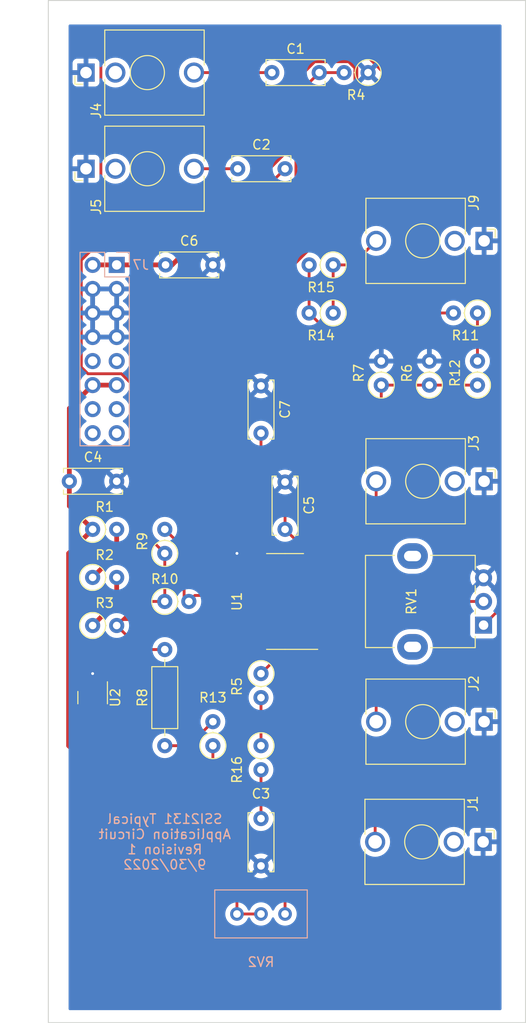
<source format=kicad_pcb>
(kicad_pcb (version 20211014) (generator pcbnew)
  (layers (0 "F.Cu" signal) (31 "B.Cu" power) (34 "B.Paste" user) (35 "F.Paste" user) (36 "B.SilkS" user "B.Silkscreen") (37 "F.SilkS" user "F.Silkscreen") (38 "B.Mask" user) (39 "F.Mask" user) (44 "Edge.Cuts" user))
  (net 0 "")
  (net 1 "Net-(C1-Pad1)")
  (net 2 "HardSync")
  (net 3 "SoftSync")
  (net 4 "Net-(C2-Pad2)")
  (net 5 "GND")
  (net 6 "Net-(C3-Pad2)")
  (net 7 "+5V")
  (net 8 "TCAP")
  (net 9 "-12V")
  (net 10 "Net-(R1-Pad2)")
  (net 11 "Net-(R2-Pad2)")
  (net 12 "VREF")
  (net 13 "BWComp")
  (net 14 "Net-(R16-Pad1)")
  (net 15 "HFTrack")
  (net 16 "Net-(R13-Pad2)")
  (net 17 "LinFreq")
  (net 18 "ExpoFreq")
  (net 23 "Net-(R13-Pad1)")
  (net 24 "ExpoScale")
  (net 25 "SawOut")
  (net 26 "PulseOut")
  (net 27 "TriOut")
  (net 28 "PWMCtrl")
  (net 29 "Net-(J9-PadT)")
  (net 30 "Net-(R11-Pad1)")
  (footprint "Capacitor_THT:C_Disc_D6.0mm_W2.5mm_P5.00mm" (layer "F.Cu") (at 114.3 86.36 90)
    (fp_text reference "C5" (at 2.54 2.54 90) (layer "F.SilkS"))
    (fp_text value "3.3 nF")
    (fp_line (start 5.62 -1.37) (end 5.62 -0.925) (layer "F.SilkS") (width 0.12))
    (fp_line (start -0.62 1.37) (end 5.62 1.37) (layer "F.SilkS") (width 0.12))
    (fp_line (start -0.62 -1.37) (end -0.62 -0.925) (layer "F.SilkS") (width 0.12))
    (fp_line (start -0.62 0.925) (end -0.62 1.37) (layer "F.SilkS") (width 0.12))
    (fp_line (start -0.62 -1.37) (end 5.62 -1.37) (layer "F.SilkS") (width 0.12))
    (fp_line (start 5.62 0.925) (end 5.62 1.37) (layer "F.SilkS") (width 0.12))
    (pad "1" thru_hole circle (at 0 0 90) (size 1.6 1.6) (drill 0.8) (layers *.Cu *.Mask) (net 8 "TCAP"))
    (pad "2" thru_hole circle (at 5 0 90) (size 1.6 1.6) (drill 0.8) (layers *.Cu *.Mask) (net 5 "GND"))
  )
  (footprint "Capacitor_THT:C_Disc_D6.0mm_W2.5mm_P5.00mm" (layer "F.Cu") (at 106.68 58.42 180)
    (fp_text reference "C6" (at 2.5 2.54) (layer "F.SilkS"))
    (fp_text value "0.1 uF")
    (fp_line (start -0.62 -1.37) (end 5.62 -1.37) (layer "F.SilkS") (width 0.12))
    (fp_line (start 5.62 -1.37) (end 5.62 -0.925) (layer "F.SilkS") (width 0.12))
    (fp_line (start 5.62 0.925) (end 5.62 1.37) (layer "F.SilkS") (width 0.12))
    (fp_line (start -0.62 0.925) (end -0.62 1.37) (layer "F.SilkS") (width 0.12))
    (fp_line (start -0.62 1.37) (end 5.62 1.37) (layer "F.SilkS") (width 0.12))
    (fp_line (start -0.62 -1.37) (end -0.62 -0.925) (layer "F.SilkS") (width 0.12))
    (pad "1" thru_hole circle (at 0 0 180) (size 1.6 1.6) (drill 0.8) (layers *.Cu *.Mask) (net 5 "GND"))
    (pad "2" thru_hole circle (at 5 0 180) (size 1.6 1.6) (drill 0.8) (layers *.Cu *.Mask) (net 9 "-12V"))
  )
  (footprint "Potentiometer_THT:Potentiometer_Alpha_RD901F-40-00D_Single_Vertical" (layer "F.Cu") (at 135.265 96.48 180)
    (fp_text reference "RV1" (at 7.62 2.5 90) (layer "F.SilkS"))
    (fp_text value "PWM Knob - 5 kOhms")
    (fp_line (start 0.88 7.37) (end 0.88 5.88) (layer "F.SilkS") (width 0.12))
    (fp_line (start 0.88 4.16) (end 0.88 3.33) (layer "F.SilkS") (width 0.12))
    (fp_line (start 0.88 -1.19) (end 0.88 -2.37) (layer "F.SilkS") (width 0.12))
    (fp_line (start 9.41 -2.37) (end 12.47 -2.37) (layer "F.SilkS") (width 0.12))
    (fp_line (start 9.41 7.37) (end 12.47 7.37) (layer "F.SilkS") (width 0.12))
    (fp_line (start 0.88 -2.38) (end 5.6 -2.38) (layer "F.SilkS") (width 0.12))
    (fp_line (start 0.88 7.37) (end 5.6 7.37) (layer "F.SilkS") (width 0.12))
    (fp_line (start 12.47 7.37) (end 12.47 -2.37) (layer "F.SilkS") (width 0.12))
    (fp_line (start 0.88 1.71) (end 0.88 1.18) (layer "F.SilkS") (width 0.12))
    (pad "" thru_hole oval (at 7.5 -2.3 270) (size 2.72 3.24) (drill oval 1.1 1.8) (layers *.Cu *.Mask))
    (pad "" thru_hole oval (at 7.5 7.3 270) (size 2.72 3.24) (drill oval 1.1 1.8) (layers *.Cu *.Mask))
    (pad "1" thru_hole rect (at 0 0 270) (size 1.8 1.8) (drill 1) (layers *.Cu *.Mask) (net 12 "VREF"))
    (pad "2" thru_hole circle (at 0 2.5 270) (size 1.8 1.8) (drill 1) (layers *.Cu *.Mask) (net 28 "PWMCtrl"))
    (pad "3" thru_hole circle (at 0 5 270) (size 1.8 1.8) (drill 1) (layers *.Cu *.Mask) (net 5 "GND"))
  )
  (footprint "Resistor_THT:R_Axial_DIN0207_L6.3mm_D2.5mm_P2.54mm_Vertical" (layer "F.Cu") (at 123.07 38.1 180)
    (fp_text reference "R4" (at 1.27 -2.37) (layer "F.SilkS"))
    (fp_text value "10 kOhms")
    (fp_line (start 1.37 0) (end 1.44 0) (layer "F.SilkS") (width 0.12))
    (fp_circle (center 0 0) (end 1.37 0) (layer "F.SilkS") (width 0.12) (fill none))
    (pad "1" thru_hole circle (at 0 0 180) (size 1.6 1.6) (drill 0.8) (layers *.Cu *.Mask) (net 5 "GND"))
    (pad "2" thru_hole oval (at 2.54 0 180) (size 1.6 1.6) (drill 0.8) (layers *.Cu *.Mask) (net 2 "HardSync"))
  )
  (footprint "Resistor_THT:R_Axial_DIN0207_L6.3mm_D2.5mm_P2.54mm_Vertical" (layer "F.Cu") (at 101.6 93.98)
    (fp_text reference "R10" (at 0 -2.37) (layer "F.SilkS"))
    (fp_text value "1 MOhms")
    (fp_line (start 1.37 0) (end 1.44 0) (layer "F.SilkS") (width 0.12))
    (fp_circle (center 0 0) (end 1.37 0) (layer "F.SilkS") (width 0.12) (fill none))
    (pad "1" thru_hole circle (at 0 0) (size 1.6 1.6) (drill 0.8) (layers *.Cu *.Mask) (net 12 "VREF"))
    (pad "2" thru_hole oval (at 2.54 0) (size 1.6 1.6) (drill 0.8) (layers *.Cu *.Mask) (net 17 "LinFreq"))
  )
  (footprint "Resistor_THT:R_Axial_DIN0207_L6.3mm_D2.5mm_P2.54mm_Vertical" (layer "F.Cu") (at 134.62 63.5 180)
    (fp_text reference "R11" (at 1.27 -2.37) (layer "F.SilkS"))
    (fp_text value "220 kOhms")
    (fp_line (start 1.37 0) (end 1.44 0) (layer "F.SilkS") (width 0.12))
    (fp_circle (center 0 0) (end 1.37 0) (layer "F.SilkS") (width 0.12) (fill none))
    (pad "1" thru_hole circle (at 0 0 180) (size 1.6 1.6) (drill 0.8) (layers *.Cu *.Mask) (net 30 "Net-(R11-Pad1)"))
    (pad "2" thru_hole oval (at 2.54 0 180) (size 1.6 1.6) (drill 0.8) (layers *.Cu *.Mask) (net 18 "ExpoFreq"))
  )
  (footprint "Resistor_THT:R_Axial_DIN0207_L6.3mm_D2.5mm_P2.54mm_Vertical" (layer "F.Cu") (at 111.76 101.6 -90)
    (fp_text reference "R5" (at 1.37 2.54 90) (layer "F.SilkS"))
    (fp_text value "220 Ohms")
    (fp_line (start 1.37 0) (end 1.44 0) (layer "F.SilkS") (width 0.12))
    (fp_circle (center 0 0) (end 1.37 0) (layer "F.SilkS") (width 0.12) (fill none))
    (pad "1" thru_hole circle (at 0 0 270) (size 1.6 1.6) (drill 0.8) (layers *.Cu *.Mask) (net 13 "BWComp"))
    (pad "2" thru_hole oval (at 2.54 0 270) (size 1.6 1.6) (drill 0.8) (layers *.Cu *.Mask) (net 14 "Net-(R16-Pad1)"))
  )
  (footprint "Connector_Audio:Jack_3.5mm_QingPu_WQP-PJ398SM_Vertical_CircularHoles" (layer "F.Cu") (at 135.32 81.28 -90)
    (fp_text reference "J3" (at -4.03 1.08 90) (layer "F.SilkS"))
    (fp_text value "Tri Out")
    (fp_line (start -0.8 12.48) (end -4.5 12.48) (layer "F.SilkS") (width 0.12))
    (fp_line (start -0.72 1.98) (end -4.5 1.98) (layer "F.SilkS") (width 0.12))
    (fp_line (start 4.5 12.48) (end 0.8 12.48) (layer "F.SilkS") (width 0.12))
    (fp_line (start 4.5 1.98) (end 4.5 12.48) (layer "F.SilkS") (width 0.12))
    (fp_line (start 4.5 1.98) (end 0.72 1.98) (layer "F.SilkS") (width 0.12))
    (fp_line (start -1.23 -1.17) (end -1.23 -0.37) (layer "F.SilkS") (width 0.12))
    (fp_line (start -1.23 -1.17) (end -0.37 -1.17) (layer "F.SilkS") (width 0.12))
    (fp_line (start -4.5 1.98) (end -4.5 12.48) (layer "F.SilkS") (width 0.12))
    (fp_circle (center 0 6.48) (end 1.8 6.48) (layer "F.SilkS") (width 0.12) (fill none))
    (pad "S" thru_hole rect (at 0 0 90) (size 1.93 1.83) (drill 1.22) (layers *.Cu *.Mask) (net 5 "GND"))
    (pad "T" thru_hole circle (at 0 11.4 90) (size 2.13 2.13) (drill 1.43) (layers *.Cu *.Mask) (net 27 "TriOut"))
    (pad "TN" thru_hole circle (at 0 3.1 90) (size 2.13 2.13) (drill 1.42) (layers *.Cu *.Mask))
  )
  (footprint "Resistor_THT:R_Axial_DIN0207_L6.3mm_D2.5mm_P2.54mm_Vertical" (layer "F.Cu") (at 93.98 86.36)
    (fp_text reference "R1" (at 1.27 -2.37) (layer "F.SilkS"))
    (fp_text value "4.7 kOhms")
    (fp_line (start 1.37 0) (end 1.44 0) (layer "F.SilkS") (width 0.12))
    (fp_circle (center 0 0) (end 1.37 0) (layer "F.SilkS") (width 0.12) (fill none))
    (pad "1" thru_hole circle (at 0 0) (size 1.6 1.6) (drill 0.8) (layers *.Cu *.Mask) (net 7 "+5V"))
    (pad "2" thru_hole oval (at 2.54 0) (size 1.6 1.6) (drill 0.8) (layers *.Cu *.Mask) (net 10 "Net-(R1-Pad2)"))
  )
  (footprint "Connector_Audio:Jack_3.5mm_QingPu_WQP-PJ398SM_Vertical_CircularHoles" (layer "F.Cu") (at 93.28 38.1 90)
    (fp_text reference "J4" (at -4.03 1.08 90) (layer "F.SilkS"))
    (fp_text value "Hard Sync")
    (fp_line (start -0.72 1.98) (end -4.5 1.98) (layer "F.SilkS") (width 0.12))
    (fp_line (start 4.5 1.98) (end 0.72 1.98) (layer "F.SilkS") (width 0.12))
    (fp_line (start -1.23 -1.17) (end -0.37 -1.17) (layer "F.SilkS") (width 0.12))
    (fp_line (start -1.23 -1.17) (end -1.23 -0.37) (layer "F.SilkS") (width 0.12))
    (fp_line (start -0.8 12.48) (end -4.5 12.48) (layer "F.SilkS") (width 0.12))
    (fp_line (start 4.5 12.48) (end 0.8 12.48) (layer "F.SilkS") (width 0.12))
    (fp_line (start 4.5 1.98) (end 4.5 12.48) (layer "F.SilkS") (width 0.12))
    (fp_line (start -4.5 1.98) (end -4.5 12.48) (layer "F.SilkS") (width 0.12))
    (fp_circle (center 0 6.48) (end 1.8 6.48) (layer "F.SilkS") (width 0.12) (fill none))
    (pad "S" thru_hole rect (at 0 0 270) (size 1.93 1.83) (drill 1.22) (layers *.Cu *.Mask) (net 5 "GND"))
    (pad "T" thru_hole circle (at 0 11.4 270) (size 2.13 2.13) (drill 1.43) (layers *.Cu *.Mask) (net 1 "Net-(C1-Pad1)"))
    (pad "TN" thru_hole circle (at 0 3.1 270) (size 2.13 2.13) (drill 1.42) (layers *.Cu *.Mask))
  )
  (footprint "Resistor_THT:R_Axial_DIN0207_L6.3mm_D2.5mm_P10.16mm_Horizontal" (layer "F.Cu") (at 101.6 109.22 90)
    (fp_text reference "R8" (at 5.08 -2.37 90) (layer "F.SilkS"))
    (fp_text value "22 kOhms")
    (fp_line (start 8.35 -1.37) (end 1.81 -1.37) (layer "F.SilkS") (width 0.12))
    (fp_line (start 1.04 0) (end 1.81 0) (layer "F.SilkS") (width 0.12))
    (fp_line (start 1.81 1.37) (end 8.35 1.37) (layer "F.SilkS") (width 0.12))
    (fp_line (start 9.12 0) (end 8.35 0) (layer "F.SilkS") (width 0.12))
    (fp_line (start 1.81 -1.37) (end 1.81 1.37) (layer "F.SilkS") (width 0.12))
    (fp_line (start 8.35 1.37) (end 8.35 -1.37) (layer "F.SilkS") (width 0.12))
    (pad "1" thru_hole circle (at 0 0 90) (size 1.6 1.6) (drill 0.8) (layers *.Cu *.Mask) (net 16 "Net-(R13-Pad2)"))
    (pad "2" thru_hole oval (at 10.16 0 90) (size 1.6 1.6) (drill 0.8) (layers *.Cu *.Mask) (net 12 "VREF"))
  )
  (footprint "Capacitor_THT:C_Disc_D6.0mm_W2.5mm_P5.00mm" (layer "F.Cu") (at 111.76 76.2 90)
    (fp_text reference "C7" (at 2.5 2.54 90) (layer "F.SilkS"))
    (fp_text value "680 pF")
    (fp_line (start -0.62 -1.37) (end 5.62 -1.37) (layer "F.SilkS") (width 0.12))
    (fp_line (start -0.62 1.37) (end 5.62 1.37) (layer "F.SilkS") (width 0.12))
    (fp_line (start -0.62 0.925) (end -0.62 1.37) (layer "F.SilkS") (width 0.12))
    (fp_line (start 5.62 0.925) (end 5.62 1.37) (layer "F.SilkS") (width 0.12))
    (fp_line (start 5.62 -1.37) (end 5.62 -0.925) (layer "F.SilkS") (width 0.12))
    (fp_line (start -0.62 -1.37) (end -0.62 -0.925) (layer "F.SilkS") (width 0.12))
    (pad "1" thru_hole circle (at 0 0 90) (size 1.6 1.6) (drill 0.8) (layers *.Cu *.Mask) (net 8 "TCAP"))
    (pad "2" thru_hole circle (at 5 0 90) (size 1.6 1.6) (drill 0.8) (layers *.Cu *.Mask) (net 5 "GND"))
  )
  (footprint "Connector_Audio:Jack_3.5mm_QingPu_WQP-PJ398SM_Vertical_CircularHoles" (layer "F.Cu") (at 93.28 48.26 90)
    (fp_text reference "J5" (at -4.03 1.08 90) (layer "F.SilkS"))
    (fp_text value "Soft Sync")
    (fp_line (start -0.8 12.48) (end -4.5 12.48) (layer "F.SilkS") (width 0.12))
    (fp_line (start 4.5 12.48) (end 0.8 12.48) (layer "F.SilkS") (width 0.12))
    (fp_line (start -1.23 -1.17) (end -1.23 -0.37) (layer "F.SilkS") (width 0.12))
    (fp_line (start 4.5 1.98) (end 0.72 1.98) (layer "F.SilkS") (width 0.12))
    (fp_line (start 4.5 1.98) (end 4.5 12.48) (layer "F.SilkS") (width 0.12))
    (fp_line (start -4.5 1.98) (end -4.5 12.48) (layer "F.SilkS") (width 0.12))
    (fp_line (start -0.72 1.98) (end -4.5 1.98) (layer "F.SilkS") (width 0.12))
    (fp_line (start -1.23 -1.17) (end -0.37 -1.17) (layer "F.SilkS") (width 0.12))
    (fp_circle (center 0 6.48) (end 1.8 6.48) (layer "F.SilkS") (width 0.12) (fill none))
    (pad "S" thru_hole rect (at 0 0 270) (size 1.93 1.83) (drill 1.22) (layers *.Cu *.Mask) (net 5 "GND"))
    (pad "T" thru_hole circle (at 0 11.4 270) (size 2.13 2.13) (drill 1.43) (layers *.Cu *.Mask) (net 4 "Net-(C2-Pad2)"))
    (pad "TN" thru_hole circle (at 0 3.1 270) (size 2.13 2.13) (drill 1.42) (layers *.Cu *.Mask))
  )
  (footprint "Resistor_THT:R_Axial_DIN0207_L6.3mm_D2.5mm_P2.54mm_Vertical" (layer "F.Cu") (at 134.62 71.12 90)
    (fp_text reference "R12" (at 1.27 -2.37 90) (layer "F.SilkS"))
    (fp_text value "47 kOhms")
    (fp_line (start 1.37 0) (end 1.44 0) (layer "F.SilkS") (width 0.12))
    (fp_circle (center 0 0) (end 1.37 0) (layer "F.SilkS") (width 0.12) (fill none))
    (pad "1" thru_hole circle (at 0 0 90) (size 1.6 1.6) (drill 0.8) (layers *.Cu *.Mask) (net 15 "HFTrack"))
    (pad "2" thru_hole oval (at 2.54 0 90) (size 1.6 1.6) (drill 0.8) (layers *.Cu *.Mask) (net 30 "Net-(R11-Pad1)"))
  )
  (footprint "Resistor_THT:R_Axial_DIN0207_L6.3mm_D2.5mm_P2.54mm_Vertical" (layer "F.Cu") (at 124.46 71.12 90)
    (fp_text reference "R7" (at 1.27 -2.37 90) (layer "F.SilkS"))
    (fp_text value "47 kOhms")
    (fp_line (start 1.37 0) (end 1.44 0) (layer "F.SilkS") (width 0.12))
    (fp_circle (center 0 0) (end 1.37 0) (layer "F.SilkS") (width 0.12) (fill none))
    (pad "1" thru_hole circle (at 0 0 90) (size 1.6 1.6) (drill 0.8) (layers *.Cu *.Mask) (net 15 "HFTrack"))
    (pad "2" thru_hole oval (at 2.54 0 90) (size 1.6 1.6) (drill 0.8) (layers *.Cu *.Mask) (net 5 "GND"))
  )
  (footprint "Resistor_THT:R_Axial_DIN0207_L6.3mm_D2.5mm_P2.54mm_Vertical" (layer "F.Cu") (at 93.98 96.52)
    (fp_text reference "R3" (at 1.27 -2.37) (layer "F.SilkS"))
    (fp_text value "1 kOhms")
    (fp_line (start 1.37 0) (end 1.44 0) (layer "F.SilkS") (width 0.12))
    (fp_circle (center 0 0) (end 1.37 0) (layer "F.SilkS") (width 0.12) (fill none))
    (pad "1" thru_hole circle (at 0 0) (size 1.6 1.6) (drill 0.8) (layers *.Cu *.Mask) (net 11 "Net-(R2-Pad2)"))
    (pad "2" thru_hole oval (at 2.54 0) (size 1.6 1.6) (drill 0.8) (layers *.Cu *.Mask) (net 12 "VREF"))
  )
  (footprint "Resistor_THT:R_Axial_DIN0207_L6.3mm_D2.5mm_P2.54mm_Vertical" (layer "F.Cu") (at 129.54 71.12 90)
    (fp_text reference "R6" (at 1.27 -2.37 90) (layer "F.SilkS"))
    (fp_text value "4.7 kOhms")
    (fp_line (start 1.37 0) (end 1.44 0) (layer "F.SilkS") (width 0.12))
    (fp_circle (center 0 0) (end 1.37 0) (layer "F.SilkS") (width 0.12) (fill none))
    (pad "1" thru_hole circle (at 0 0 90) (size 1.6 1.6) (drill 0.8) (layers *.Cu *.Mask) (net 15 "HFTrack"))
    (pad "2" thru_hole oval (at 2.54 0 90) (size 1.6 1.6) (drill 0.8) (layers *.Cu *.Mask) (net 5 "GND"))
  )
  (footprint "Resistor_THT:R_Axial_DIN0207_L6.3mm_D2.5mm_P2.54mm_Vertical" (layer "F.Cu") (at 93.98 91.44)
    (fp_text reference "R2" (at 1.27 -2.37) (layer "F.SilkS"))
    (fp_text value "2.2 kOhms")
    (fp_line (start 1.37 0) (end 1.44 0) (layer "F.SilkS") (width 0.12))
    (fp_circle (center 0 0) (end 1.37 0) (layer "F.SilkS") (width 0.12) (fill none))
    (pad "1" thru_hole circle (at 0 0) (size 1.6 1.6) (drill 0.8) (layers *.Cu *.Mask) (net 10 "Net-(R1-Pad2)"))
    (pad "2" thru_hole oval (at 2.54 0) (size 1.6 1.6) (drill 0.8) (layers *.Cu *.Mask) (net 11 "Net-(R2-Pad2)"))
  )
  (footprint "Capacitor_THT:C_Disc_D6.0mm_W2.5mm_P5.00mm" (layer "F.Cu") (at 96.52 81.28 180)
    (fp_text reference "C4" (at 2.5 2.54) (layer "F.SilkS"))
    (fp_text value "0.1 uF")
    (fp_line (start -0.62 0.925) (end -0.62 1.37) (layer "F.SilkS") (width 0.12))
    (fp_line (start -0.62 1.37) (end 5.62 1.37) (layer "F.SilkS") (width 0.12))
    (fp_line (start 5.62 -1.37) (end 5.62 -0.925) (layer "F.SilkS") (width 0.12))
    (fp_line (start -0.62 -1.37) (end 5.62 -1.37) (layer "F.SilkS") (width 0.12))
    (fp_line (start 5.62 0.925) (end 5.62 1.37) (layer "F.SilkS") (width 0.12))
    (fp_line (start -0.62 -1.37) (end -0.62 -0.925) (layer "F.SilkS") (width 0.12))
    (pad "1" thru_hole circle (at 0 0 180) (size 1.6 1.6) (drill 0.8) (layers *.Cu *.Mask) (net 5 "GND"))
    (pad "2" thru_hole circle (at 5 0 180) (size 1.6 1.6) (drill 0.8) (layers *.Cu *.Mask) (net 7 "+5V"))
  )
  (footprint "Resistor_THT:R_Axial_DIN0207_L6.3mm_D2.5mm_P2.54mm_Vertical" (layer "F.Cu") (at 119.38 63.5 180)
    (fp_text reference "R14" (at 1.27 -2.37 180) (layer "F.SilkS"))
    (fp_text value "100 kOhms")
    (fp_line (start 1.37 0) (end 1.44 0) (layer "F.SilkS") (width 0.12))
    (fp_circle (center 0 0) (end 1.37 0) (layer "F.SilkS") (width 0.12) (fill none))
    (pad "1" thru_hole circle (at 0 0 180) (size 1.6 1.6) (drill 0.8) (layers *.Cu *.Mask) (net 29 "Net-(J9-PadT)"))
    (pad "2" thru_hole oval (at 2.54 0 180) (size 1.6 1.6) (drill 0.8) (layers *.Cu *.Mask) (net 18 "ExpoFreq"))
  )
  (footprint "Capacitor_THT:C_Disc_D6.0mm_W2.5mm_P5.00mm" (layer "F.Cu") (at 111.76 121.92 90)
    (fp_text reference "C3" (at 7.62 0 180) (layer "F.SilkS"))
    (fp_text value "10 nF")
    (fp_line (start -0.62 1.37) (end 5.62 1.37) (layer "F.SilkS") (width 0.12))
    (fp_line (start 5.62 -1.37) (end 5.62 -0.925) (layer "F.SilkS") (width 0.12))
    (fp_line (start 5.62 0.925) (end 5.62 1.37) (layer "F.SilkS") (width 0.12))
    (fp_line (start -0.62 -1.37) (end 5.62 -1.37) (layer "F.SilkS") (width 0.12))
    (fp_line (start -0.62 -1.37) (end -0.62 -0.925) (layer "F.SilkS") (width 0.12))
    (fp_line (start -0.62 0.925) (end -0.62 1.37) (layer "F.SilkS") (width 0.12))
    (pad "1" thru_hole circle (at 0 0 90) (size 1.6 1.6) (drill 0.8) (layers *.Cu *.Mask) (net 5 "GND"))
    (pad "2" thru_hole circle (at 5 0 90) (size 1.6 1.6) (drill 0.8) (layers *.Cu *.Mask) (net 6 "Net-(C3-Pad2)"))
  )
  (footprint "Package_SO:SOIC-16_3.9x9.9mm_P1.27mm" (layer "F.Cu") (at 114.3 93.98 180)
    (fp_text reference "U1" (at 5.08 0 90) (layer "F.SilkS"))
    (fp_text value "SSI2131")
    (fp_line (start 0 -5.06) (end 1.95 -5.06) (layer "F.SilkS") (width 0.12))
    (fp_line (start 0 -5.06) (end -3.45 -5.06) (layer "F.SilkS") (width 0.12))
    (fp_line (start 0 5.06) (end -1.95 5.06) (layer "F.SilkS") (width 0.12))
    (fp_line (start 0 5.06) (end 1.95 5.06) (layer "F.SilkS") (width 0.12))
    (pad "1" smd roundrect (at -2.475 -4.445 180) (size 1.95 0.6) (layers "F.Cu" "F.Paste" "F.Mask") (net 25 "SawOut"))
    (pad "2" smd roundrect (at -2.475 -3.175 180) (size 1.95 0.6) (layers "F.Cu" "F.Paste" "F.Mask") (net 26 "PulseOut"))
    (pad "3" smd roundrect (at -2.475 -1.905 180) (size 1.95 0.6) (layers "F.Cu" "F.Paste" "F.Mask") (net 28 "PWMCtrl"))
    (pad "4" smd roundrect (at -2.475 -0.635 180) (size 1.95 0.6) (layers "F.Cu" "F.Paste" "F.Mask") (net 27 "TriOut"))
    (pad "5" smd roundrect (at -2.475 0.635 180) (size 1.95 0.6) (layers "F.Cu" "F.Paste" "F.Mask") (net 15 "HFTrack"))
    (pad "6" smd roundrect (at -2.475 1.905 180) (size 1.95 0.6) (layers "F.Cu" "F.Paste" "F.Mask") (net 18 "ExpoFreq"))
    (pad "7" smd roundrect (at -2.475 3.175 180) (size 1.95 0.6) (layers "F.Cu" "F.Paste" "F.Mask") (net 9 "-12V"))
    (pad "8" smd roundrect (at -2.475 4.445 180) (size 1.95 0.6) (layers "F.Cu" "F.Paste" "F.Mask") (net 8 "TCAP"))
    (pad "9" smd roundrect (at 2.475 4.445 180) (size 1.95 0.6) (layers "F.Cu" "F.Paste" "F.Mask") (net 5 "GND"))
    (pad "10" smd roundrect (at 2.475 3.175 180) (size 1.95 0.6) (layers "F.Cu" "F.Paste" "F.Mask") (net 2 "HardSync"))
    (pad "11" smd roundrect (at 2.475 1.905 180) (size 1.95 0.6) (layers "F.Cu" "F.Paste" "F.Mask") (net 3 "SoftSync"))
    (pad "12" smd roundrect (at 2.475 0.635 180) (size 1.95 0.6) (layers "F.Cu" "F.Paste" "F.Mask") (net 17 "LinFreq"))
    (pad "13" smd roundrect (at 2.475 -0.635 180) (size 1.95 0.6) (layers "F.Cu" "F.Paste" "F.Mask") (net 24 "ExpoScale"))
    (pad "14" smd roundrect (at 2.475 -1.905 180) (size 1.95 0.6) (layers "F.Cu" "F.Paste" "F.Mask") (net 12 "VREF"))
    (pad "15" smd roundrect (at 2.475 -3.175 180) (size 1.95 0.6) (layers "F.Cu" "F.Paste" "F.Mask") (net 13 "BWComp"))
    (pad "16" smd roundrect (at 2.475 -4.445 180) (size 1.95 0.6) (layers "F.Cu" "F.Paste" "F.Mask") (net 7 "+5V"))
  )
  (footprint "Resistor_THT:R_Axial_DIN0207_L6.3mm_D2.5mm_P2.54mm_Vertical" (layer "F.Cu") (at 119.38 58.42 180)
    (fp_text reference "R15" (at 1.27 -2.37 180) (layer "F.SilkS"))
    (fp_text value "100 kOhms")
    (fp_line (start 1.37 0) (end 1.44 0) (layer "F.SilkS") (width 0.12))
    (fp_circle (center 0 0) (end 1.37 0) (layer "F.SilkS") (width 0.12) (fill none))
    (pad "1" thru_hole circle (at 0 0 180) (size 1.6 1.6) (drill 0.8) (layers *.Cu *.Mask) (net 29 "Net-(J9-PadT)"))
    (pad "2" thru_hole oval (at 2.54 0 180) (size 1.6 1.6) (drill 0.8) (layers *.Cu *.Mask) (net 18 "ExpoFreq"))
  )
  (footprint "Capacitor_THT:C_Disc_D6.0mm_W2.5mm_P5.00mm" (layer "F.Cu") (at 114.3 48.26 180)
    (fp_text reference "C2" (at 2.5 2.54 180) (layer "F.SilkS"))
    (fp_text value "10 nF")
    (fp_line (start -0.62 -1.37) (end 5.62 -1.37) (layer "F.SilkS") (width 0.12))
    (fp_line (start -0.62 1.37) (end 5.62 1.37) (layer "F.SilkS") (width 0.12))
    (fp_line (start 5.62 -1.37) (end 5.62 -0.925) (layer "F.SilkS") (width 0.12))
    (fp_line (start -0.62 -1.37) (end -0.62 -0.925) (layer "F.SilkS") (width 0.12))
    (fp_line (start 5.62 0.925) (end 5.62 1.37) (layer "F.SilkS") (width 0.12))
    (fp_line (start -0.62 0.925) (end -0.62 1.37) (layer "F.SilkS") (width 0.12))
    (pad "1" thru_hole circle (at 0 0 180) (size 1.6 1.6) (drill 0.8) (layers *.Cu *.Mask) (net 3 "SoftSync"))
    (pad "2" thru_hole circle (at 5 0 180) (size 1.6 1.6) (drill 0.8) (layers *.Cu *.Mask) (net 4 "Net-(C2-Pad2)"))
  )
  (footprint "Connector_Audio:Jack_3.5mm_QingPu_WQP-PJ398SM_Vertical_CircularHoles" (layer "F.Cu") (at 135.215 119.38 -90)
    (fp_text reference "J1" (at -4.03 1.08 90) (layer "F.SilkS"))
    (fp_text value "Saw Out")
    (fp_line (start -1.23 -1.17) (end -0.37 -1.17) (layer "F.SilkS") (width 0.12))
    (fp_line (start -4.5 1.98) (end -4.5 12.48) (layer "F.SilkS") (width 0.12))
    (fp_line (start 4.5 1.98) (end 0.72 1.98) (layer "F.SilkS") (width 0.12))
    (fp_line (start 4.5 1.98) (end 4.5 12.48) (layer "F.SilkS") (width 0.12))
    (fp_line (start 4.5 12.48) (end 0.8 12.48) (layer "F.SilkS") (width 0.12))
    (fp_line (start -0.8 12.48) (end -4.5 12.48) (layer "F.SilkS") (width 0.12))
    (fp_line (start -0.72 1.98) (end -4.5 1.98) (layer "F.SilkS") (width 0.12))
    (fp_line (start -1.23 -1.17) (end -1.23 -0.37) (layer "F.SilkS") (width 0.12))
    (fp_circle (center 0 6.48) (end 1.8 6.48) (layer "F.SilkS") (width 0.12) (fill none))
    (pad "S" thru_hole rect (at 0 0 90) (size 1.93 1.83) (drill 1.22) (layers *.Cu *.Mask) (net 5 "GND"))
    (pad "T" thru_hole circle (at 0 11.4 90) (size 2.13 2.13) (drill 1.43) (layers *.Cu *.Mask) (net 25 "SawOut"))
    (pad "TN" thru_hole circle (at 0 3.1 90) (size 2.13 2.13) (drill 1.42) (layers *.Cu *.Mask))
  )
  (footprint "Resistor_THT:R_Axial_DIN0207_L6.3mm_D2.5mm_P2.54mm_Vertical" (layer "F.Cu") (at 111.76 109.22 -90)
    (fp_text reference "R16" (at 2.54 2.54 90) (layer "F.SilkS"))
    (fp_text value "47 Ohms")
    (fp_line (start 1.37 0) (end 1.44 0) (layer "F.SilkS") (width 0.12))
    (fp_circle (center 0 0) (end 1.37 0) (layer "F.SilkS") (width 0.12) (fill none))
    (pad "1" thru_hole circle (at 0 0 270) (size 1.6 1.6) (drill 0.8) (layers *.Cu *.Mask) (net 14 "Net-(R16-Pad1)"))
    (pad "2" thru_hole oval (at 2.54 0 270) (size 1.6 1.6) (drill 0.8) (layers *.Cu *.Mask) (net 6 "Net-(C3-Pad2)"))
  )
  (footprint "Resistor_THT:R_Axial_DIN0207_L6.3mm_D2.5mm_P2.54mm_Vertical" (layer "F.Cu") (at 101.6 88.9 90)
    (fp_text reference "R9" (at 1.27 -2.37 90) (layer "F.SilkS"))
    (fp_text value "1 MOhms")
    (fp_line (start 1.37 0) (end 1.44 0) (layer "F.SilkS") (width 0.12))
    (fp_circle (center 0 0) (end 1.37 0) (layer "F.SilkS") (width 0.12) (fill none))
    (pad "1" thru_hole circle (at 0 0 90) (size 1.6 1.6) (drill 0.8) (layers *.Cu *.Mask) (net 12 "VREF"))
    (pad "2" thru_hole oval (at 2.54 0 90) (size 1.6 1.6) (drill 0.8) (layers *.Cu *.Mask) (net 17 "LinFreq"))
  )
  (footprint "Capacitor_THT:C_Disc_D6.0mm_W2.5mm_P5.00mm" (layer "F.Cu") (at 112.91 38.1)
    (fp_text reference "C1" (at 2.5 -2.5) (layer "F.SilkS"))
    (fp_text value "10 nF")
    (fp_line (start 5.62 0.925) (end 5.62 1.37) (layer "F.SilkS") (width 0.12))
    (fp_line (start -0.62 -1.37) (end 5.62 -1.37) (layer "F.SilkS") (width 0.12))
    (fp_line (start -0.62 0.925) (end -0.62 1.37) (layer "F.SilkS") (width 0.12))
    (fp_line (start -0.62 -1.37) (end -0.62 -0.925) (layer "F.SilkS") (width 0.12))
    (fp_line (start 5.62 -1.37) (end 5.62 -0.925) (layer "F.SilkS") (width 0.12))
    (fp_line (start -0.62 1.37) (end 5.62 1.37) (layer "F.SilkS") (width 0.12))
    (pad "1" thru_hole circle (at 0 0) (size 1.6 1.6) (drill 0.8) (layers *.Cu *.Mask) (net 1 "Net-(C1-Pad1)"))
    (pad "2" thru_hole circle (at 5 0) (size 1.6 1.6) (drill 0.8) (layers *.Cu *.Mask) (net 2 "HardSync"))
  )
  (footprint "Resistor_THT:R_Axial_DIN0207_L6.3mm_D2.5mm_P2.54mm_Vertical" (layer "F.Cu") (at 106.68 109.22 90)
    (fp_text reference "R13" (at 5.08 0 180) (layer "F.SilkS"))
    (fp_text value "100 Ohms")
    (fp_line (start 1.37 0) (end 1.44 0) (layer "F.SilkS") (width 0.12))
    (fp_circle (center 0 0) (end 1.37 0) (layer "F.SilkS") (width 0.12) (fill none))
    (pad "1" thru_hole circle (at 0 0 90) (size 1.6 1.6) (drill 0.8) (layers *.Cu *.Mask) (net 23 "Net-(R13-Pad1)"))
    (pad "2" thru_hole oval (at 2.54 0 90) (size 1.6 1.6) (drill 0.8) (layers *.Cu *.Mask) (net 16 "Net-(R13-Pad2)"))
  )
  (footprint "Connector_Audio:Jack_3.5mm_QingPu_WQP-PJ398SM_Vertical_CircularHoles" (layer "F.Cu") (at 135.32 106.68 -90)
    (fp_text reference "J2" (at -4.03 1.08 90) (layer "F.SilkS"))
    (fp_text value "Pulse Out")
    (fp_line (start -0.8 12.48) (end -4.5 12.48) (layer "F.SilkS") (width 0.12))
    (fp_line (start -0.72 1.98) (end -4.5 1.98) (layer "F.SilkS") (width 0.12))
    (fp_line (start -1.23 -1.17) (end -0.37 -1.17) (layer "F.SilkS") (width 0.12))
    (fp_line (start 4.5 12.48) (end 0.8 12.48) (layer "F.SilkS") (width 0.12))
    (fp_line (start 4.5 1.98) (end 0.72 1.98) (layer "F.SilkS") (width 0.12))
    (fp_line (start -1.23 -1.17) (end -1.23 -0.37) (layer "F.SilkS") (width 0.12))
    (fp_line (start 4.5 1.98) (end 4.5 12.48) (layer "F.SilkS") (width 0.12))
    (fp_line (start -4.5 1.98) (end -4.5 12.48) (layer "F.SilkS") (width 0.12))
    (fp_circle (center 0 6.48) (end 1.8 6.48) (layer "F.SilkS") (width 0.12) (fill none))
    (pad "S" thru_hole rect (at 0 0 90) (size 1.93 1.83) (drill 1.22) (layers *.Cu *.Mask) (net 5 "GND"))
    (pad "T" thru_hole circle (at 0 11.4 90) (size 2.13 2.13) (drill 1.43) (layers *.Cu *.Mask) (net 26 "PulseOut"))
    (pad "TN" thru_hole circle (at 0 3.1 90) (size 2.13 2.13) (drill 1.42) (layers *.Cu *.Mask))
  )
  (footprint "Package_TO_SOT_SMD:SOT-23" (layer "F.Cu") (at 93.98 104.14 -90)
    (fp_text reference "U2" (at 0 -2.4 90) (layer "F.SilkS"))
    (fp_text value "LM4040DBZ-2.5")
    (fp_line (start 0 -1.56) (end 0.65 -1.56) (layer "F.SilkS") (width 0.12))
    (fp_line (start 0 -1.56) (end -1.675 -1.56) (layer "F.SilkS") (width 0.12))
    (fp_line (start 0 1.56) (end 0.65 1.56) (layer "F.SilkS") (width 0.12))
    (fp_line (start 0 1.56) (end -0.65 1.56) (layer "F.SilkS") (width 0.12))
    (pad "1" smd roundrect (at -0.9375 -0.95 270) (size 1.475 0.6) (layers "F.Cu" "F.Paste" "F.Mask") (net 12 "VREF"))
    (pad "2" smd roundrect (at -0.9375 0.95 270) (size 1.475 0.6) (layers "F.Cu" "F.Paste" "F.Mask") (net 5 "GND"))
    (pad "3" smd roundrect (at 0.9375 0 270) (size 1.475 0.6) (layers "F.Cu" "F.Paste" "F.Mask"))
  )
  (footprint "Connector_Audio:Jack_3.5mm_QingPu_WQP-PJ398SM_Vertical_CircularHoles" (layer "F.Cu") (at 135.32 55.88 -90)
    (fp_text reference "J9" (at -4.03 1.08 90) (layer "F.SilkS"))
    (fp_text value "Expo Freq")
    (fp_line (start -0.72 1.98) (end -4.5 1.98) (layer "F.SilkS") (width 0.12))
    (fp_line (start 4.5 1.98) (end 4.5 12.48) (layer "F.SilkS") (width 0.12))
    (fp_line (start -1.23 -1.17) (end -1.23 -0.37) (layer "F.SilkS") (width 0.12))
    (fp_line (start -4.5 1.98) (end -4.5 12.48) (layer "F.SilkS") (width 0.12))
    (fp_line (start -0.8 12.48) (end -4.5 12.48) (layer "F.SilkS") (width 0.12))
    (fp_line (start 4.5 1.98) (end 0.72 1.98) (layer "F.SilkS") (width 0.12))
    (fp_line (start -1.23 -1.17) (end -0.37 -1.17) (layer "F.SilkS") (width 0.12))
    (fp_line (start 4.5 12.48) (end 0.8 12.48) (layer "F.SilkS") (width 0.12))
    (fp_circle (center 0 6.48) (end 1.8 6.48) (layer "F.SilkS") (width 0.12) (fill none))
    (pad "S" thru_hole rect (at 0 0 90) (size 1.93 1.83) (drill 1.22) (layers *.Cu *.Mask) (net 5 "GND"))
    (pad "T" thru_hole circle (at 0 11.4 90) (size 2.13 2.13) (drill 1.43) (layers *.Cu *.Mask) (net 29 "Net-(J9-PadT)"))
    (pad "TN" thru_hole circle (at 0 3.1 90) (size 2.13 2.13) (drill 1.42) (layers *.Cu *.Mask))
  )
  (footprint "Connector_PinHeader_2.54mm:PinHeader_2x08_P2.54mm_Vertical" (layer "B.Cu") (at 96.52 58.42 180)
    (fp_text reference "J7" (at -2.54 0) (layer "B.SilkS") (effects (justify mirror)))
    (fp_text value "16-Pin uZeus Power Header")
    (fp_line (start 1.27 1.33) (end 3.87 1.33) (layer "B.SilkS") (width 0.12))
    (fp_line (start -1.33 -19.11) (end 3.87 -19.11) (layer "B.SilkS") (width 0.12))
    (fp_line (start -1.33 1.33) (end 0 1.33) (layer "B.SilkS") (width 0.12))
    (fp_line (start 3.87 1.33) (end 3.87 -19.11) (layer "B.SilkS") (width 0.12))
    (fp_line (start -1.33 -1.27) (end 1.27 -1.27) (layer "B.SilkS") (width 0.12))
    (fp_line (start -1.33 -1.27) (end -1.33 -19.11) (layer "B.SilkS") (width 0.12))
    (fp_line (start 1.27 -1.27) (end 1.27 1.33) (layer "B.SilkS") (width 0.12))
    (fp_line (start -1.33 0) (end -1.33 1.33) (layer "B.SilkS") (width 0.12))
    (pad "1" thru_hole rect (at 0 0 180) (size 1.7 1.7) (drill 1) (layers *.Cu *.Mask) (net 9 "-12V"))
    (pad "2" thru_hole oval (at 2.54 0 180) (size 1.7 1.7) (drill 1) (layers *.Cu *.Mask) (net 9 "-12V"))
    (pad "3" thru_hole oval (at 0 -2.54 180) (size 1.7 1.7) (drill 1) (layers *.Cu *.Mask) (net 5 "GND"))
    (pad "4" thru_hole oval (at 2.54 -2.54 180) (size 1.7 1.7) (drill 1) (layers *.Cu *.Mask) (net 5 "GND"))
    (pad "5" thru_hole oval (at 0 -5.08 180) (size 1.7 1.7) (drill 1) (layers *.Cu *.Mask) (net 5 "GND"))
    (pad "6" thru_hole oval (at 2.54 -5.08 180) (size 1.7 1.7) (drill 1) (layers *.Cu *.Mask) (net 5 "GND"))
    (pad "7" thru_hole oval (at 0 -7.62 180) (size 1.7 1.7) (drill 1) (layers *.Cu *.Mask) (net 5 "GND"))
    (pad "8" thru_hole oval (at 2.54 -7.62 180) (size 1.7 1.7) (drill 1) (layers *.Cu *.Mask) (net 5 "GND"))
    (pad "9" thru_hole oval (at 0 -10.16 180) (size 1.7 1.7) (drill 1) (layers *.Cu *.Mask))
    (pad "10" thru_hole oval (at 2.54 -10.16 180) (size 1.7 1.7) (drill 1) (layers *.Cu *.Mask))
    (pad "11" thru_hole oval (at 0 -12.7 180) (size 1.7 1.7) (drill 1) (layers *.Cu *.Mask) (net 7 "+5V"))
    (pad "12" thru_hole oval (at 2.54 -12.7 180) (size 1.7 1.7) (drill 1) (layers *.Cu *.Mask) (net 7 "+5V"))
    (pad "13" thru_hole oval (at 0 -15.24 180) (size 1.7 1.7) (drill 1) (layers *.Cu *.Mask))
    (pad "14" thru_hole oval (at 2.54 -15.24 180) (size 1.7 1.7) (drill 1) (layers *.Cu *.Mask))
    (pad "15" thru_hole oval (at 0 -17.78 180) (size 1.7 1.7) (drill 1) (layers *.Cu *.Mask))
    (pad "16" thru_hole oval (at 2.54 -17.78 180) (size 1.7 1.7) (drill 1) (layers *.Cu *.Mask))
  )
  (footprint "Potentiometer_THT:Potentiometer_Bourns_3296W_Vertical" (layer "B.Cu") (at 114.3 127)
    (fp_text reference "RV2" (at -2.54 5.08) (layer "B.SilkS") (effects (justify mirror)))
    (fp_text value "Expo Scale Trim - 5 kOhms")
    (fp_line (start -7.425 2.53) (end -7.425 -2.54) (layer "B.SilkS") (width 0.12))
    (fp_line (start -7.425 2.53) (end 2.345 2.53) (layer "B.SilkS") (width 0.12))
    (fp_line (start -7.425 -2.54) (end 2.345 -2.54) (layer "B.SilkS") (width 0.12))
    (fp_line (start 2.345 2.53) (end 2.345 -2.54) (layer "B.SilkS") (width 0.12))
    (pad "1" thru_hole circle (at 0 0) (size 1.44 1.44) (drill 0.8) (layers *.Cu *.Mask) (net 24 "ExpoScale"))
    (pad "2" thru_hole circle (at -2.54 0) (size 1.44 1.44) (drill 0.8) (layers *.Cu *.Mask) (net 23 "Net-(R13-Pad1)"))
    (pad "3" thru_hole circle (at -5.08 0) (size 1.44 1.44) (drill 0.8) (layers *.Cu *.Mask) (net 23 "Net-(R13-Pad1)"))
  )
  (gr_rect (start 89.3 30.48) (end 139.7 138.48) (layer "Edge.Cuts") (width 0.1) (fill none))
  (gr_text "SSI2131 Typical\nApplication Circuit\nRevision 1\n9/30/2022" (at 101.6 119.38) (layer "B.SilkS") (effects (font (size 1 1)) (justify mirror)))
  (segment (start 112.91 38.1) (end 104.68 38.1) (width 0.3) (layer "F.Cu") (net 1))
  (segment (start 106.695 88.885) (end 106.68 88.9) (width 0.3) (layer "F.Cu") (net 2))
  (segment (start 106.695 60.975) (end 106.695 88.885) (width 0.3) (layer "F.Cu") (net 2))
  (segment (start 115.45 40.56) (end 115.45 49.65) (width 0.3) (layer "F.Cu") (net 2))
  (segment (start 108.585 90.805) (end 111.825 90.805) (width 0.3) (layer "F.Cu") (net 2))
  (segment (start 117.91 38.1) (end 120.53 38.1) (width 0.3) (layer "F.Cu") (net 2))
  (segment (start 106.68 60.96) (end 106.695 60.975) (width 0.3) (layer "F.Cu") (net 2))
  (segment (start 109.22 58.42) (end 106.68 60.96) (width 0.3) (layer "F.Cu") (net 2))
  (segment (start 109.22 55.88) (end 109.22 58.42) (width 0.3) (layer "F.Cu") (net 2))
  (segment (start 106.68 88.9) (end 108.585 90.805) (width 0.3) (layer "F.Cu") (net 2))
  (segment (start 117.91 38.1) (end 115.45 40.56) (width 0.3) (layer "F.Cu") (net 2))
  (segment (start 115.45 49.65) (end 109.22 55.88) (width 0.3) (layer "F.Cu") (net 2))
  (segment (start 104.775 92.075) (end 111.825 92.075) (width 0.3) (layer "F.Cu") (net 3))
  (segment (start 114.3 48.26) (end 104.14 58.42) (width 0.3) (layer "F.Cu") (net 3))
  (segment (start 104.14 58.42) (end 104.14 91.44) (width 0.3) (layer "F.Cu") (net 3))
  (segment (start 104.14 91.44) (end 104.775 92.075) (width 0.3) (layer "F.Cu") (net 3))
  (segment (start 109.22 48.26) (end 104.68 48.26) (width 0.3) (layer "F.Cu") (net 4))
  (segment (start 93.03 103.2025) (end 93.03 102.55) (width 0.3) (layer "F.Cu") (net 5))
  (segment (start 93.03 102.55) (end 93.98 101.6) (width 0.3) (layer "F.Cu") (net 5))
  (segment (start 111.19 88.9) (end 111.825 89.535) (width 0.3) (layer "F.Cu") (net 5))
  (segment (start 109.22 88.9) (end 111.19 88.9) (width 0.3) (layer "F.Cu") (net 5))
  (via (at 109.22 88.9) (size 0.7) (drill 0.3) (layers "F.Cu" "B.Cu") (net 5))
  (via (at 93.98 101.6) (size 0.7) (drill 0.3) (layers "F.Cu" "B.Cu") (net 5))
  (segment (start 111.76 111.76) (end 111.76 116.92) (width 0.3) (layer "F.Cu") (net 6))
  (segment (start 93.98 86.36) (end 91.44 88.9) (width 0.5) (layer "F.Cu") (net 7))
  (segment (start 91.44 109.22) (end 93.98 111.76) (width 0.5) (layer "F.Cu") (net 7))
  (segment (start 91.44 88.9) (end 91.44 109.22) (width 0.5) (layer "F.Cu") (net 7))
  (segment (start 91.52 81.28) (end 91.52 83.9) (width 0.5) (layer "F.Cu") (net 7))
  (segment (start 108.68 98.425) (end 111.825 98.425) (width 0.5) (layer "F.Cu") (net 7))
  (segment (start 91.52 83.9) (end 93.98 86.36) (width 0.5) (layer "F.Cu") (net 7))
  (segment (start 95.345 111.76) (end 108.68 98.425) (width 0.5) (layer "F.Cu") (net 7))
  (segment (start 93.98 71.12) (end 91.52 73.58) (width 0.5) (layer "F.Cu") (net 7))
  (segment (start 91.52 73.58) (end 91.52 81.28) (width 0.5) (layer "F.Cu") (net 7))
  (segment (start 96.52 71.12) (end 93.98 71.12) (width 0.5) (layer "F.Cu") (net 7))
  (segment (start 93.98 111.76) (end 95.345 111.76) (width 0.5) (layer "F.Cu") (net 7))
  (segment (start 114.3 83.82) (end 114.3 86.36) (width 0.3) (layer "F.Cu") (net 8))
  (segment (start 116.775 88.835) (end 116.775 89.535) (width 0.3) (layer "F.Cu") (net 8))
  (segment (start 111.76 76.2) (end 111.76 81.28) (width 0.3) (layer "F.Cu") (net 8))
  (segment (start 111.76 81.28) (end 114.3 83.82) (width 0.3) (layer "F.Cu") (net 8))
  (segment (start 114.3 86.36) (end 116.775 88.835) (width 0.3) (layer "F.Cu") (net 8))
  (segment (start 116.221472 90.805) (end 116.775 90.805) (width 0.5) (layer "F.Cu") (net 9))
  (segment (start 114.85 45.942233) (end 114.85 39.392233) (width 0.5) (layer "F.Cu") (net 9))
  (segment (start 121.78 51.712233) (end 107.97 65.522233) (width 0.5) (layer "F.Cu") (net 9))
  (segment (start 121.047767 36.85) (end 121.78 37.582233) (width 0.5) (layer "F.Cu") (net 9))
  (segment (start 93.98 58.42) (end 96.52 58.42) (width 0.5) (layer "F.Cu") (net 9))
  (segment (start 102.372233 58.42) (end 114.85 45.942233) (width 0.5) (layer "F.Cu") (net 9))
  (segment (start 107.97 65.522233) (end 107.97 82.553528) (width 0.5) (layer "F.Cu") (net 9))
  (segment (start 93.98 58.42) (end 102.372233 58.42) (width 0.5) (layer "F.Cu") (net 9))
  (segment (start 114.85 39.392233) (end 117.392233 36.85) (width 0.5) (layer "F.Cu") (net 9))
  (segment (start 107.97 82.553528) (end 116.221472 90.805) (width 0.5) (layer "F.Cu") (net 9))
  (segment (start 121.78 37.582233) (end 121.78 51.712233) (width 0.5) (layer "F.Cu") (net 9))
  (segment (start 117.392233 36.85) (end 121.047767 36.85) (width 0.5) (layer "F.Cu") (net 9))
  (segment (start 101.68 58.42) (end 96.52 58.42) (width 0.5) (layer "F.Cu") (net 9))
  (segment (start 96.52 86.36) (end 96.52 88.9) (width 0.5) (layer "F.Cu") (net 10))
  (segment (start 96.52 88.9) (end 93.98 91.44) (width 0.5) (layer "F.Cu") (net 10))
  (segment (start 96.52 93.98) (end 93.98 96.52) (width 0.5) (layer "F.Cu") (net 11))
  (segment (start 96.52 91.44) (end 96.52 93.98) (width 0.5) (layer "F.Cu") (net 11))
  (segment (start 94.851937 36.431938) (end 94.851937 55.851006) (width 0.3) (layer "F.Cu") (net 12))
  (segment (start 96.52 96.52) (end 97.155 95.885) (width 0.3) (layer "F.Cu") (net 12))
  (segment (start 93.482943 69.92) (end 97.017057 69.92) (width 0.3) (layer "F.Cu") (net 12))
  (segment (start 95.723875 35.56) (end 94.851937 36.431938) (width 0.3) (layer "F.Cu") (net 12))
  (segment (start 92.78 69.217057) (end 93.482943 69.92) (width 0.3) (layer "F.Cu") (net 12))
  (segment (start 99.06 93.98) (end 96.52 96.52) (width 0.3) (layer "F.Cu") (net 12))
  (segment (start 101.6 99.06) (end 99.06 99.06) (width 0.3) (layer "F.Cu") (net 12))
  (segment (start 99.06 99.0725) (end 99.06 99.06) (width 0.3) (layer "F.Cu") (net 12))
  (segment (start 136.947154 50.350808) (end 122.156346 35.56) (width 0.3) (layer "F.Cu") (net 12))
  (segment (start 101.6 93.98) (end 99.06 93.98) (width 0.3) (layer "F.Cu") (net 12))
  (segment (start 97.017057 69.92) (end 99.06 71.962943) (width 0.3) (layer "F.Cu") (net 12))
  (segment (start 99.06 86.36) (end 101.6 88.9) (width 0.3) (layer "F.Cu") (net 12))
  (segment (start 136.947154 94.797846) (end 136.947154 50.350808) (width 0.3) (layer "F.Cu") (net 12))
  (segment (start 97.155 95.885) (end 111.825 95.885) (width 0.3) (layer "F.Cu") (net 12))
  (segment (start 122.156346 35.56) (end 95.723875 35.56) (width 0.3) (layer "F.Cu") (net 12))
  (segment (start 99.06 99.06) (end 96.52 96.52) (width 0.3) (layer "F.Cu") (net 12))
  (segment (start 101.6 88.9) (end 101.6 93.98) (width 0.3) (layer "F.Cu") (net 12))
  (segment (start 135.265 96.48) (end 136.947154 94.797846) (width 0.3) (layer "F.Cu") (net 12))
  (segment (start 94.851937 55.851006) (end 92.78 57.922943) (width 0.3) (layer "F.Cu") (net 12))
  (segment (start 99.06 71.962943) (end 99.06 86.36) (width 0.3) (layer "F.Cu") (net 12))
  (segment (start 92.78 57.922943) (end 92.78 69.217057) (width 0.3) (layer "F.Cu") (net 12))
  (segment (start 94.93 103.2025) (end 99.06 99.0725) (width 0.3) (layer "F.Cu") (net 12))
  (segment (start 111.76 101.6) (end 113.15 100.21) (width 0.3) (layer "F.Cu") (net 13))
  (segment (start 113.15 98.067893) (end 112.237107 97.155) (width 0.3) (layer "F.Cu") (net 13))
  (segment (start 112.237107 97.155) (end 111.825 97.155) (width 0.3) (layer "F.Cu") (net 13))
  (segment (start 113.15 100.21) (end 113.15 98.067893) (width 0.3) (layer "F.Cu") (net 13))
  (segment (start 111.76 104.14) (end 111.76 109.22) (width 0.3) (layer "F.Cu") (net 14))
  (segment (start 134.62 71.12) (end 129.54 71.12) (width 0.3) (layer "F.Cu") (net 15))
  (segment (start 124.46 71.12) (end 129.54 71.12) (width 0.3) (layer "F.Cu") (net 15))
  (segment (start 118.6 92.205) (end 117.46 93.345) (width 0.3) (layer "F.Cu") (net 15))
  (segment (start 124.46 71.12) (end 124.46 73.66) (width 0.3) (layer "F.Cu") (net 15))
  (segment (start 124.46 73.66) (end 118.6 79.52) (width 0.3) (layer "F.Cu") (net 15))
  (segment (start 117.46 93.345) (end 116.775 93.345) (width 0.3) (layer "F.Cu") (net 15))
  (segment (start 118.6 79.52) (end 118.6 92.205) (width 0.3) (layer "F.Cu") (net 15))
  (segment (start 104.14 109.22) (end 106.68 106.68) (width 0.3) (layer "F.Cu") (net 16))
  (segment (start 101.6 109.22) (end 104.14 109.22) (width 0.3) (layer "F.Cu") (net 16))
  (segment (start 103.64 88.4) (end 103.64 93.48) (width 0.3) (layer "F.Cu") (net 17))
  (segment (start 104.775 93.345) (end 104.14 93.98) (width 0.3) (layer "F.Cu") (net 17))
  (segment (start 103.64 93.48) (end 104.14 93.98) (width 0.3) (layer "F.Cu") (net 17))
  (segment (start 101.6 86.36) (end 103.64 88.4) (width 0.3) (layer "F.Cu") (net 17))
  (segment (start 111.825 93.345) (end 104.775 93.345) (width 0.3) (layer "F.Cu") (net 17))
  (segment (start 121.9 63.5) (end 118.1 67.3) (width 0.3) (layer "F.Cu") (net 18))
  (segment (start 118.1 91.435) (end 117.46 92.075) (width 0.3) (layer "F.Cu") (net 18))
  (segment (start 116.84 58.42) (end 116.84 63.5) (width 0.3) (layer "F.Cu") (net 18))
  (segment (start 132.08 63.5) (end 121.9 63.5) (width 0.3) (layer "F.Cu") (net 18))
  (segment (start 117.46 92.075) (end 116.775 92.075) (width 0.3) (layer "F.Cu") (net 18))
  (segment (start 118.1 64.76) (end 118.1 67.3) (width 0.3) (layer "F.Cu") (net 18))
  (segment (start 116.84 63.5) (end 118.1 64.76) (width 0.3) (layer "F.Cu") (net 18))
  (segment (start 118.1 67.3) (end 118.1 91.435) (width 0.3) (layer "F.Cu") (net 18))
  (segment (start 109.22 116.84) (end 106.68 114.3) (width 0.3) (layer "F.Cu") (net 23))
  (segment (start 106.68 109.22) (end 106.68 114.3) (width 0.3) (layer "F.Cu") (net 23))
  (segment (start 109.22 127) (end 109.22 116.84) (width 0.3) (layer "F.Cu") (net 23))
  (segment (start 111.76 127) (end 109.22 127) (width 0.3) (layer "F.Cu") (net 23))
  (segment (start 114.3 116.84) (end 114.3 127) (width 0.3) (layer "F.Cu") (net 24))
  (segment (start 115.53 100.29) (end 113.65 98.41) (width 0.3) (layer "F.Cu") (net 24))
  (segment (start 115.53 115.61) (end 115.53 100.29) (width 0.3) (layer "F.Cu") (net 24))
  (segment (start 113.65 98.41) (end 113.65 95.885) (width 0.3) (layer "F.Cu") (net 24))
  (segment (start 113.65 95.885) (end 112.38 94.615) (width 0.3) (layer "F.Cu") (net 24))
  (segment (start 112.38 94.615) (end 111.825 94.615) (width 0.3) (layer "F.Cu") (net 24))
  (segment (start 115.53 115.61) (end 114.3 116.84) (width 0.3) (layer "F.Cu") (net 24))
  (segment (start 123.815 119.38) (end 123.815 111.115) (width 0.3) (layer "F.Cu") (net 25))
  (segment (start 123.815 111.115) (end 116.775 104.075) (width 0.3) (layer "F.Cu") (net 25))
  (segment (start 116.775 104.075) (end 116.775 98.425) (width 0.3) (layer "F.Cu") (net 25))
  (segment (start 123.92 106.68) (end 123.92 103.887893) (width 0.3) (layer "F.Cu") (net 26))
  (segment (start 117.187107 97.155) (end 116.775 97.155) (width 0.3) (layer "F.Cu") (net 26))
  (segment (start 123.92 103.887893) (end 117.187107 97.155) (width 0.3) (layer "F.Cu") (net 26))
  (segment (start 123.92 87.882107) (end 117.187107 94.615) (width 0.3) (layer "F.Cu") (net 27))
  (segment (start 117.187107 94.615) (end 116.775 94.615) (width 0.3) (layer "F.Cu") (net 27))
  (segment (start 123.92 81.28) (end 123.92 87.882107) (width 0.3) (layer "F.Cu") (net 27))
  (segment (start 120.015 95.885) (end 116.775 95.885) (width 0.3) (layer "F.Cu") (net 28))
  (segment (start 121.92 93.98) (end 120.015 95.885) (width 0.3) (layer "F.Cu") (net 28))
  (segment (start 135.265 93.98) (end 121.92 93.98) (width 0.3) (layer "F.Cu") (net 28))
  (segment (start 119.38 58.42) (end 119.38 63.5) (width 0.3) (layer "F.Cu") (net 29))
  (segment (start 123.92 55.88) (end 121.38 58.42) (width 0.3) (layer "F.Cu") (net 29))
  (segment (start 121.38 58.42) (end 119.38 58.42) (width 0.3) (layer "F.Cu") (net 29))
  (segment (start 134.62 63.5) (end 134.62 68.58) (width 0.3) (layer "F.Cu") (net 30))
  (zone (net 5) (net_name "GND") (layer "B.Cu") (connect_pads (clearance 0.508)) (min_thickness 0.254) (fill yes (thermal_gap 0.508) (thermal_bridge_width 0.508))
    (polygon (pts (xy 137.16 137.16) (xy 91.44 137.16) (xy 91.44 33.02) (xy 137.16 33.02)))
  )
)
</source>
